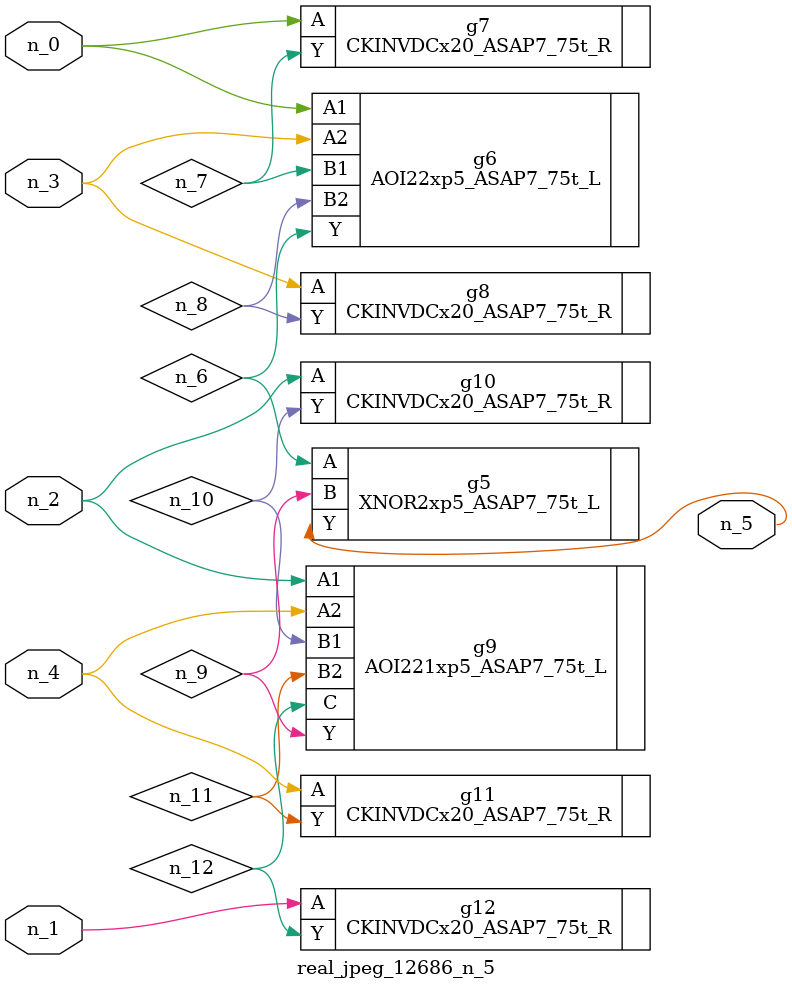
<source format=v>
module real_jpeg_12686_n_5 (n_4, n_0, n_1, n_2, n_3, n_5);

input n_4;
input n_0;
input n_1;
input n_2;
input n_3;

output n_5;

wire n_12;
wire n_8;
wire n_11;
wire n_6;
wire n_7;
wire n_10;
wire n_9;

AOI22xp5_ASAP7_75t_L g6 ( 
.A1(n_0),
.A2(n_3),
.B1(n_7),
.B2(n_8),
.Y(n_6)
);

CKINVDCx20_ASAP7_75t_R g7 ( 
.A(n_0),
.Y(n_7)
);

CKINVDCx20_ASAP7_75t_R g12 ( 
.A(n_1),
.Y(n_12)
);

AOI221xp5_ASAP7_75t_L g9 ( 
.A1(n_2),
.A2(n_4),
.B1(n_10),
.B2(n_11),
.C(n_12),
.Y(n_9)
);

CKINVDCx20_ASAP7_75t_R g10 ( 
.A(n_2),
.Y(n_10)
);

CKINVDCx20_ASAP7_75t_R g8 ( 
.A(n_3),
.Y(n_8)
);

CKINVDCx20_ASAP7_75t_R g11 ( 
.A(n_4),
.Y(n_11)
);

XNOR2xp5_ASAP7_75t_L g5 ( 
.A(n_6),
.B(n_9),
.Y(n_5)
);


endmodule
</source>
